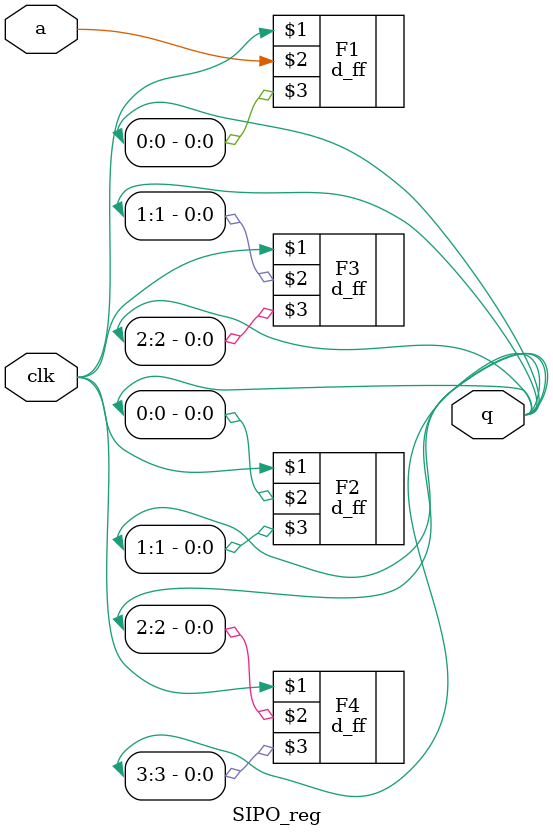
<source format=v>
`timescale 1ns / 1ps


module SIPO_reg(clk,a,q);

        input clk,a;
        output [3:0] q;
        
        d_ff F1(clk,a,q[0]);
        d_ff F2(clk,q[0],q[1]);
        d_ff F3(clk,q[1],q[2]);
        d_ff F4(clk,q[2],q[3]);
        
endmodule

</source>
